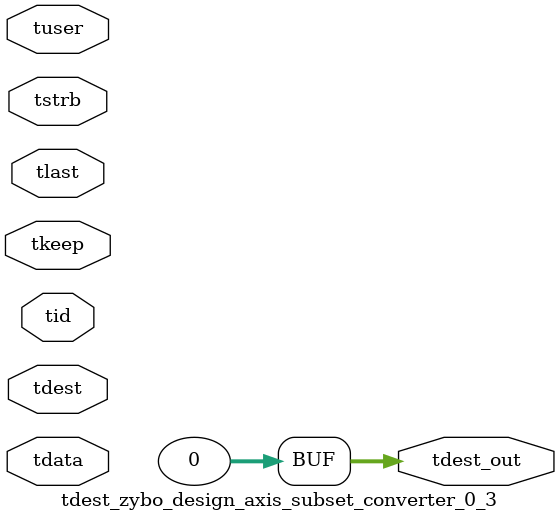
<source format=v>


`timescale 1ps/1ps

module tdest_zybo_design_axis_subset_converter_0_3 #
(
parameter C_S_AXIS_TDATA_WIDTH = 32,
parameter C_S_AXIS_TUSER_WIDTH = 0,
parameter C_S_AXIS_TID_WIDTH   = 0,
parameter C_S_AXIS_TDEST_WIDTH = 0,
parameter C_M_AXIS_TDEST_WIDTH = 32
)
(
input  [(C_S_AXIS_TDATA_WIDTH == 0 ? 1 : C_S_AXIS_TDATA_WIDTH)-1:0     ] tdata,
input  [(C_S_AXIS_TUSER_WIDTH == 0 ? 1 : C_S_AXIS_TUSER_WIDTH)-1:0     ] tuser,
input  [(C_S_AXIS_TID_WIDTH   == 0 ? 1 : C_S_AXIS_TID_WIDTH)-1:0       ] tid,
input  [(C_S_AXIS_TDEST_WIDTH == 0 ? 1 : C_S_AXIS_TDEST_WIDTH)-1:0     ] tdest,
input  [(C_S_AXIS_TDATA_WIDTH/8)-1:0 ] tkeep,
input  [(C_S_AXIS_TDATA_WIDTH/8)-1:0 ] tstrb,
input                                                                    tlast,
output [C_M_AXIS_TDEST_WIDTH-1:0] tdest_out
);

assign tdest_out = {1'b0};

endmodule


</source>
